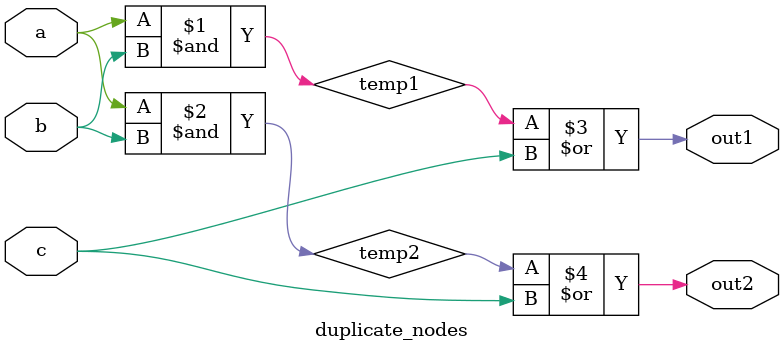
<source format=v>
/*
 * Duplicate nodes test case for Strash algorithm
 * Contains duplicate logic that should be optimized
 */

module duplicate_nodes (
    input a,
    input b,
    input c,
    output out1,
    output out2
);

// Duplicate AND gates
assign temp1 = a & b;
assign temp2 = a & b;  // Duplicate of temp1

// Duplicate OR gates  
assign out1 = temp1 | c;
assign out2 = temp2 | c;  // Duplicate of out1 logic

endmodule

</source>
